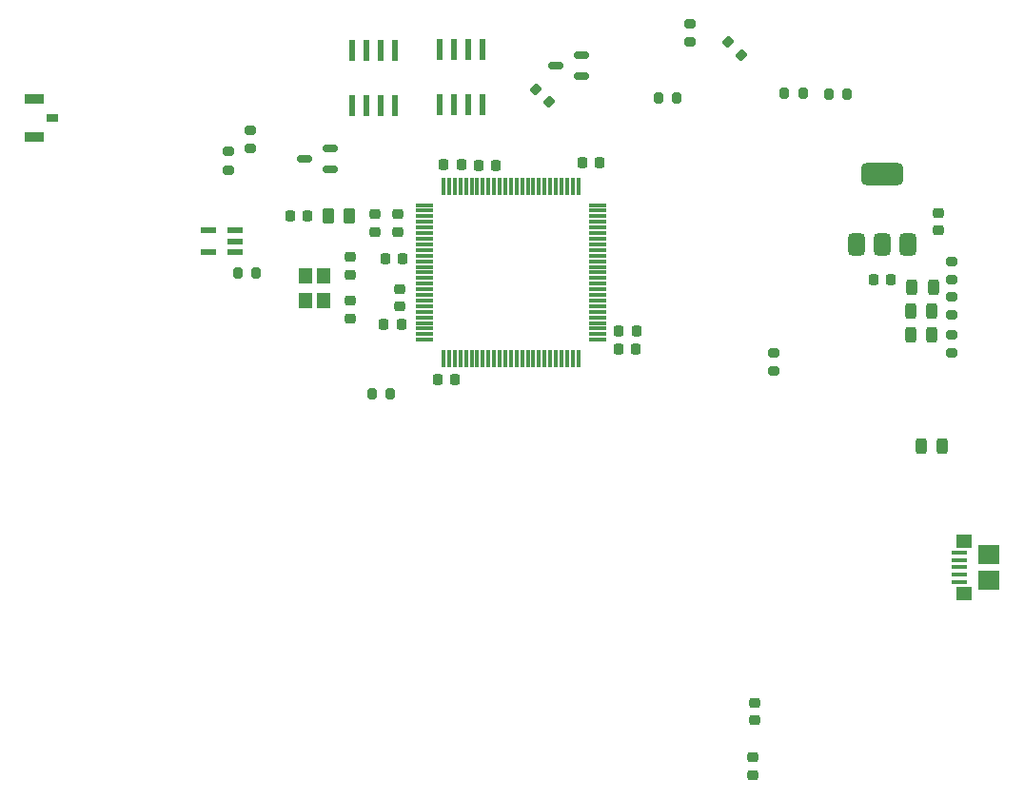
<source format=gbr>
%TF.GenerationSoftware,KiCad,Pcbnew,8.0.5*%
%TF.CreationDate,2024-10-21T02:11:06+05:30*%
%TF.ProjectId,EPS_PDB,4550535f-5044-4422-9e6b-696361645f70,rev?*%
%TF.SameCoordinates,Original*%
%TF.FileFunction,Paste,Bot*%
%TF.FilePolarity,Positive*%
%FSLAX46Y46*%
G04 Gerber Fmt 4.6, Leading zero omitted, Abs format (unit mm)*
G04 Created by KiCad (PCBNEW 8.0.5) date 2024-10-21 02:11:06*
%MOMM*%
%LPD*%
G01*
G04 APERTURE LIST*
G04 Aperture macros list*
%AMRoundRect*
0 Rectangle with rounded corners*
0 $1 Rounding radius*
0 $2 $3 $4 $5 $6 $7 $8 $9 X,Y pos of 4 corners*
0 Add a 4 corners polygon primitive as box body*
4,1,4,$2,$3,$4,$5,$6,$7,$8,$9,$2,$3,0*
0 Add four circle primitives for the rounded corners*
1,1,$1+$1,$2,$3*
1,1,$1+$1,$4,$5*
1,1,$1+$1,$6,$7*
1,1,$1+$1,$8,$9*
0 Add four rect primitives between the rounded corners*
20,1,$1+$1,$2,$3,$4,$5,0*
20,1,$1+$1,$4,$5,$6,$7,0*
20,1,$1+$1,$6,$7,$8,$9,0*
20,1,$1+$1,$8,$9,$2,$3,0*%
G04 Aperture macros list end*
%ADD10RoundRect,0.200000X0.275000X-0.200000X0.275000X0.200000X-0.275000X0.200000X-0.275000X-0.200000X0*%
%ADD11R,0.558800X1.981200*%
%ADD12RoundRect,0.225000X0.250000X-0.225000X0.250000X0.225000X-0.250000X0.225000X-0.250000X-0.225000X0*%
%ADD13RoundRect,0.225000X-0.225000X-0.250000X0.225000X-0.250000X0.225000X0.250000X-0.225000X0.250000X0*%
%ADD14RoundRect,0.200000X-0.275000X0.200000X-0.275000X-0.200000X0.275000X-0.200000X0.275000X0.200000X0*%
%ADD15RoundRect,0.200000X0.200000X0.275000X-0.200000X0.275000X-0.200000X-0.275000X0.200000X-0.275000X0*%
%ADD16RoundRect,0.225000X0.225000X0.250000X-0.225000X0.250000X-0.225000X-0.250000X0.225000X-0.250000X0*%
%ADD17RoundRect,0.075000X-0.725000X-0.075000X0.725000X-0.075000X0.725000X0.075000X-0.725000X0.075000X0*%
%ADD18RoundRect,0.075000X-0.075000X-0.725000X0.075000X-0.725000X0.075000X0.725000X-0.075000X0.725000X0*%
%ADD19R,1.473200X0.558800*%
%ADD20RoundRect,0.225000X-0.250000X0.225000X-0.250000X-0.225000X0.250000X-0.225000X0.250000X0.225000X0*%
%ADD21RoundRect,0.200000X-0.200000X-0.275000X0.200000X-0.275000X0.200000X0.275000X-0.200000X0.275000X0*%
%ADD22RoundRect,0.243750X-0.243750X-0.456250X0.243750X-0.456250X0.243750X0.456250X-0.243750X0.456250X0*%
%ADD23RoundRect,0.150000X0.512500X0.150000X-0.512500X0.150000X-0.512500X-0.150000X0.512500X-0.150000X0*%
%ADD24RoundRect,0.243750X0.243750X0.456250X-0.243750X0.456250X-0.243750X-0.456250X0.243750X-0.456250X0*%
%ADD25R,1.400000X0.400000*%
%ADD26R,1.450000X1.150000*%
%ADD27R,1.900000X1.750000*%
%ADD28RoundRect,0.200000X0.335876X0.053033X0.053033X0.335876X-0.335876X-0.053033X-0.053033X-0.335876X0*%
%ADD29RoundRect,0.250000X0.262500X0.450000X-0.262500X0.450000X-0.262500X-0.450000X0.262500X-0.450000X0*%
%ADD30R,1.200000X1.400000*%
%ADD31RoundRect,0.375000X0.375000X-0.625000X0.375000X0.625000X-0.375000X0.625000X-0.375000X-0.625000X0*%
%ADD32RoundRect,0.500000X1.400000X-0.500000X1.400000X0.500000X-1.400000X0.500000X-1.400000X-0.500000X0*%
%ADD33R,1.700000X0.900000*%
%ADD34R,1.100000X0.800000*%
G04 APERTURE END LIST*
D10*
%TO.C,R1*%
X200482000Y-86315000D03*
X200482000Y-84665000D03*
%TD*%
D11*
%TO.C,U2*%
X150947000Y-67693800D03*
X149677000Y-67693800D03*
X148407000Y-67693800D03*
X147137000Y-67693800D03*
X147137000Y-62766200D03*
X148407000Y-62766200D03*
X149677000Y-62766200D03*
X150947000Y-62766200D03*
%TD*%
D12*
%TO.C,C16*%
X146992000Y-82735000D03*
X146992000Y-81185000D03*
%TD*%
D13*
%TO.C,C10*%
X170887000Y-87790000D03*
X172437000Y-87790000D03*
%TD*%
%TO.C,C1*%
X193517000Y-83160000D03*
X195067000Y-83160000D03*
%TD*%
D14*
%TO.C,R23*%
X184632000Y-89665000D03*
X184632000Y-91315000D03*
%TD*%
D15*
%TO.C,R8*%
X191207000Y-66690000D03*
X189557000Y-66690000D03*
%TD*%
D16*
%TO.C,C13*%
X143167000Y-77535000D03*
X141617000Y-77535000D03*
%TD*%
D17*
%TO.C,U4*%
X153612000Y-88540000D03*
X153612000Y-88040000D03*
X153612000Y-87540000D03*
X153612000Y-87040000D03*
X153612000Y-86540000D03*
X153612000Y-86040000D03*
X153612000Y-85540000D03*
X153612000Y-85040000D03*
X153612000Y-84540000D03*
X153612000Y-84040000D03*
X153612000Y-83540000D03*
X153612000Y-83040000D03*
X153612000Y-82540000D03*
X153612000Y-82040000D03*
X153612000Y-81540000D03*
X153612000Y-81040000D03*
X153612000Y-80540000D03*
X153612000Y-80040000D03*
X153612000Y-79540000D03*
X153612000Y-79040000D03*
X153612000Y-78540000D03*
X153612000Y-78040000D03*
X153612000Y-77540000D03*
X153612000Y-77040000D03*
X153612000Y-76540000D03*
D18*
X155287000Y-74865000D03*
X155787000Y-74865000D03*
X156287000Y-74865000D03*
X156787000Y-74865000D03*
X157287000Y-74865000D03*
X157787000Y-74865000D03*
X158287000Y-74865000D03*
X158787000Y-74865000D03*
X159287000Y-74865000D03*
X159787000Y-74865000D03*
X160287000Y-74865000D03*
X160787000Y-74865000D03*
X161287000Y-74865000D03*
X161787000Y-74865000D03*
X162287000Y-74865000D03*
X162787000Y-74865000D03*
X163287000Y-74865000D03*
X163787000Y-74865000D03*
X164287000Y-74865000D03*
X164787000Y-74865000D03*
X165287000Y-74865000D03*
X165787000Y-74865000D03*
X166287000Y-74865000D03*
X166787000Y-74865000D03*
X167287000Y-74865000D03*
D17*
X168962000Y-76540000D03*
X168962000Y-77040000D03*
X168962000Y-77540000D03*
X168962000Y-78040000D03*
X168962000Y-78540000D03*
X168962000Y-79040000D03*
X168962000Y-79540000D03*
X168962000Y-80040000D03*
X168962000Y-80540000D03*
X168962000Y-81040000D03*
X168962000Y-81540000D03*
X168962000Y-82040000D03*
X168962000Y-82540000D03*
X168962000Y-83040000D03*
X168962000Y-83540000D03*
X168962000Y-84040000D03*
X168962000Y-84540000D03*
X168962000Y-85040000D03*
X168962000Y-85540000D03*
X168962000Y-86040000D03*
X168962000Y-86540000D03*
X168962000Y-87040000D03*
X168962000Y-87540000D03*
X168962000Y-88040000D03*
X168962000Y-88540000D03*
D18*
X167287000Y-90215000D03*
X166787000Y-90215000D03*
X166287000Y-90215000D03*
X165787000Y-90215000D03*
X165287000Y-90215000D03*
X164787000Y-90215000D03*
X164287000Y-90215000D03*
X163787000Y-90215000D03*
X163287000Y-90215000D03*
X162787000Y-90215000D03*
X162287000Y-90215000D03*
X161787000Y-90215000D03*
X161287000Y-90215000D03*
X160787000Y-90215000D03*
X160287000Y-90215000D03*
X159787000Y-90215000D03*
X159287000Y-90215000D03*
X158787000Y-90215000D03*
X158287000Y-90215000D03*
X157787000Y-90215000D03*
X157287000Y-90215000D03*
X156787000Y-90215000D03*
X156287000Y-90215000D03*
X155787000Y-90215000D03*
X155287000Y-90215000D03*
%TD*%
D19*
%TO.C,U5*%
X136785800Y-78809999D03*
X136785800Y-79760000D03*
X136785800Y-80710001D03*
X134398200Y-80710001D03*
X134398200Y-78809999D03*
%TD*%
D20*
%TO.C,C5*%
X151382000Y-84015000D03*
X151382000Y-85565000D03*
%TD*%
D16*
%TO.C,C4*%
X151542000Y-87160000D03*
X149992000Y-87160000D03*
%TD*%
D21*
%TO.C,R5*%
X148937000Y-93320000D03*
X150587000Y-93320000D03*
%TD*%
D22*
%TO.C,D5*%
X197794499Y-97990000D03*
X199669501Y-97990000D03*
%TD*%
D12*
%TO.C,C28*%
X182832000Y-127265000D03*
X182832000Y-125715000D03*
%TD*%
D23*
%TO.C,Q1*%
X145182000Y-71490002D03*
X145182000Y-73390000D03*
X142907000Y-72440001D03*
%TD*%
D20*
%TO.C,C24*%
X182932000Y-120865000D03*
X182932000Y-122415000D03*
%TD*%
D15*
%TO.C,R7*%
X176032000Y-67040000D03*
X174382000Y-67040000D03*
%TD*%
D23*
%TO.C,Q2*%
X167582000Y-63190002D03*
X167582000Y-65090000D03*
X165307000Y-64140001D03*
%TD*%
D24*
%TO.C,3V3_LED*%
X198757002Y-85990000D03*
X196882000Y-85990000D03*
%TD*%
D20*
%TO.C,C2*%
X199282000Y-77240000D03*
X199282000Y-78790000D03*
%TD*%
D25*
%TO.C,J1*%
X201182000Y-107490000D03*
X201182000Y-108140000D03*
X201182000Y-108790000D03*
X201182000Y-109440000D03*
X201182000Y-110090000D03*
D26*
X201602000Y-106470000D03*
D27*
X203832000Y-107665000D03*
X203832000Y-109915000D03*
D26*
X201602000Y-111110000D03*
%TD*%
D28*
%TO.C,R6*%
X164665363Y-67373363D03*
X163498637Y-66206637D03*
%TD*%
D14*
%TO.C,R12*%
X200482000Y-88065000D03*
X200482000Y-89715000D03*
%TD*%
%TO.C,R3*%
X138082000Y-69865000D03*
X138082000Y-71515000D03*
%TD*%
D29*
%TO.C,120R1*%
X146904500Y-77535000D03*
X145079500Y-77535000D03*
%TD*%
D10*
%TO.C,R2*%
X200482000Y-83190000D03*
X200482000Y-81540000D03*
%TD*%
D28*
%TO.C,R11*%
X181782000Y-63190000D03*
X180615274Y-62023274D03*
%TD*%
D24*
%TO.C,5V_LED*%
X198857002Y-83890000D03*
X196982000Y-83890000D03*
%TD*%
%TO.C,HEARTBEAT*%
X198719501Y-88090000D03*
X196844499Y-88090000D03*
%TD*%
D21*
%TO.C,R9*%
X185632000Y-66590000D03*
X187282000Y-66590000D03*
%TD*%
D20*
%TO.C,C12*%
X149192000Y-77360000D03*
X149192000Y-78910000D03*
%TD*%
D21*
%TO.C,R13*%
X136967000Y-82560000D03*
X138617000Y-82560000D03*
%TD*%
D30*
%TO.C,Y1*%
X142992000Y-85060000D03*
X142992000Y-82860000D03*
X144592000Y-82860000D03*
X144592000Y-85060000D03*
%TD*%
D31*
%TO.C,U1*%
X196592000Y-80060000D03*
X194292000Y-80059999D03*
D32*
X194292000Y-73760001D03*
D31*
X191992000Y-80060000D03*
%TD*%
D13*
%TO.C,C9*%
X154767000Y-92050000D03*
X156317000Y-92050000D03*
%TD*%
D16*
%TO.C,C7*%
X169167000Y-72760000D03*
X167617000Y-72760000D03*
%TD*%
D10*
%TO.C,R4*%
X136182000Y-73440000D03*
X136182000Y-71790000D03*
%TD*%
D20*
%TO.C,C15*%
X146992000Y-85060000D03*
X146992000Y-86610000D03*
%TD*%
D13*
%TO.C,C3*%
X158407000Y-72990000D03*
X159957000Y-72990000D03*
%TD*%
D33*
%TO.C,SW1*%
X118852000Y-67120000D03*
X118852000Y-70520000D03*
D34*
X120492000Y-68820000D03*
%TD*%
D13*
%TO.C,C8*%
X170862000Y-89390000D03*
X172412000Y-89390000D03*
%TD*%
D16*
%TO.C,C6*%
X156867000Y-72970000D03*
X155317000Y-72970000D03*
%TD*%
D11*
%TO.C,U3*%
X158787000Y-67633800D03*
X157517000Y-67633800D03*
X156247000Y-67633800D03*
X154977000Y-67633800D03*
X154977000Y-62706200D03*
X156247000Y-62706200D03*
X157517000Y-62706200D03*
X158787000Y-62706200D03*
%TD*%
D16*
%TO.C,C14*%
X151687000Y-81330000D03*
X150137000Y-81330000D03*
%TD*%
D14*
%TO.C,R10*%
X177182000Y-60390000D03*
X177182000Y-62040000D03*
%TD*%
D20*
%TO.C,C11*%
X151192000Y-77360000D03*
X151192000Y-78910000D03*
%TD*%
M02*

</source>
